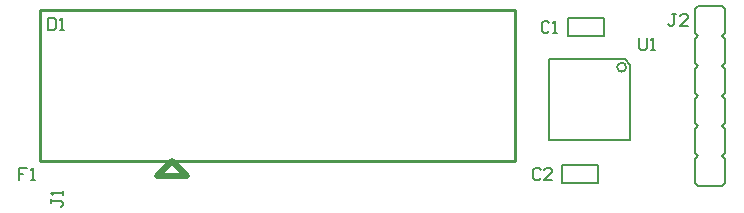
<source format=gto>
G04 Layer_Color=15132400*
%FSLAX25Y25*%
%MOIN*%
G70*
G01*
G75*
%ADD14C,0.01000*%
%ADD15C,0.01969*%
%ADD24C,0.00600*%
%ADD25C,0.00800*%
%ADD26C,0.00700*%
%ADD27C,0.00787*%
D14*
X334567Y209055D02*
Y259449D01*
X176299Y209055D02*
X334567D01*
X176299D02*
Y259449D01*
X334567D01*
D15*
X220236Y209055D02*
X220433D01*
X215433Y204252D02*
X220236Y209055D01*
X215433Y204252D02*
X225433D01*
X225236D02*
X225433D01*
X220433Y209055D02*
X225236Y204252D01*
D24*
X371720Y240404D02*
G03*
X371720Y240404I-1500J0D01*
G01*
X371247Y243104D02*
X372920Y241305D01*
Y216104D02*
Y241305D01*
X345920Y243104D02*
X371247D01*
X345920Y216104D02*
Y243104D01*
Y216104D02*
X372920D01*
D25*
X394606Y259906D02*
X395606Y260906D01*
X403606D02*
X404606Y259906D01*
X395606Y260906D02*
X403606D01*
X394606Y241905D02*
Y249905D01*
X404606Y241905D02*
Y249905D01*
Y251905D02*
Y259906D01*
X394606Y251905D02*
Y259906D01*
Y251905D02*
X395606Y250905D01*
X394606Y249905D02*
X395606Y250905D01*
X403606D02*
X404606Y251905D01*
X403606Y250905D02*
X404606Y249905D01*
X403606Y240905D02*
X404606Y241905D01*
X394606D02*
X395606Y240905D01*
X394606Y231906D02*
X395606Y230906D01*
X403606D02*
X404606Y231906D01*
X403606Y240905D02*
X404606Y239906D01*
X394606D02*
X395606Y240905D01*
X404606Y231906D02*
Y239906D01*
X394606Y231906D02*
Y239906D01*
Y221905D02*
X395606Y220905D01*
X403606D02*
X404606Y221905D01*
X403606Y230906D02*
X404606Y229906D01*
X394606D02*
X395606Y230906D01*
X404606Y221905D02*
Y229906D01*
X394606Y221905D02*
Y229906D01*
Y211906D02*
X395606Y210906D01*
X403606D02*
X404606Y211906D01*
X403606Y220905D02*
X404606Y219905D01*
X394606D02*
X395606Y220905D01*
X404606Y211906D02*
Y219905D01*
X394606Y211906D02*
Y219905D01*
X403606Y210906D02*
X404606Y209906D01*
X394606D02*
X395606Y210906D01*
X394606Y201905D02*
Y209906D01*
X404606Y201905D02*
Y209906D01*
X395606Y200905D02*
X403606D01*
X404606Y201905D01*
X394606D02*
X395606Y200905D01*
D26*
X364268Y250937D02*
Y256937D01*
X352268D02*
X364268D01*
X352268Y250937D02*
Y256937D01*
Y250937D02*
X364268D01*
X362299Y201724D02*
Y207724D01*
X350299D02*
X362299D01*
X350299Y201724D02*
Y207724D01*
Y201724D02*
X362299D01*
D27*
X388352Y258168D02*
X387040D01*
X387696D01*
Y254888D01*
X387040Y254232D01*
X386384D01*
X385728Y254888D01*
X392288Y254232D02*
X389664D01*
X392288Y256856D01*
Y257512D01*
X391632Y258168D01*
X390320D01*
X389664Y257512D01*
X179134Y256889D02*
Y252953D01*
X181102D01*
X181758Y253609D01*
Y256233D01*
X181102Y256889D01*
X179134D01*
X183070Y252953D02*
X184381D01*
X183726D01*
Y256889D01*
X183070Y256233D01*
X171915Y206692D02*
X169291D01*
Y204724D01*
X170603D01*
X169291D01*
Y202756D01*
X173227D02*
X174539D01*
X173883D01*
Y206692D01*
X173227Y206036D01*
X180119Y196521D02*
Y195210D01*
Y195865D01*
X183399D01*
X184055Y195210D01*
Y194554D01*
X183399Y193898D01*
X184055Y197833D02*
Y199145D01*
Y198489D01*
X180119D01*
X180775Y197833D01*
X346128Y255248D02*
X345472Y255904D01*
X344160D01*
X343504Y255248D01*
Y252625D01*
X344160Y251969D01*
X345472D01*
X346128Y252625D01*
X347440Y251969D02*
X348752D01*
X348096D01*
Y255904D01*
X347440Y255248D01*
X375984Y249999D02*
Y246719D01*
X376640Y246063D01*
X377952D01*
X378608Y246719D01*
Y249999D01*
X379920Y246063D02*
X381232D01*
X380576D01*
Y249999D01*
X379920Y249343D01*
X343175Y206036D02*
X342519Y206692D01*
X341207D01*
X340551Y206036D01*
Y203412D01*
X341207Y202756D01*
X342519D01*
X343175Y203412D01*
X347111Y202756D02*
X344487D01*
X347111Y205380D01*
Y206036D01*
X346455Y206692D01*
X345143D01*
X344487Y206036D01*
M02*

</source>
